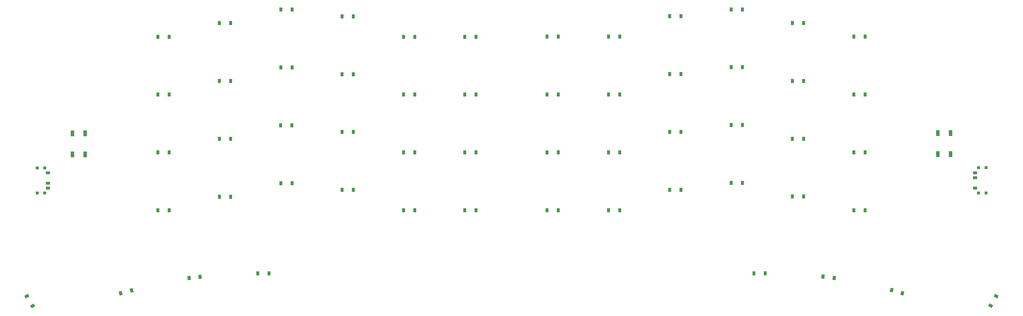
<source format=gbr>
%TF.GenerationSoftware,KiCad,Pcbnew,7.0.10*%
%TF.CreationDate,2024-02-10T22:50:59-05:00*%
%TF.ProjectId,blahajergo,626c6168-616a-4657-9267-6f2e6b696361,rev?*%
%TF.SameCoordinates,Original*%
%TF.FileFunction,Paste,Top*%
%TF.FilePolarity,Positive*%
%FSLAX46Y46*%
G04 Gerber Fmt 4.6, Leading zero omitted, Abs format (unit mm)*
G04 Created by KiCad (PCBNEW 7.0.10) date 2024-02-10 22:50:59*
%MOMM*%
%LPD*%
G01*
G04 APERTURE LIST*
G04 Aperture macros list*
%AMRotRect*
0 Rectangle, with rotation*
0 The origin of the aperture is its center*
0 $1 length*
0 $2 width*
0 $3 Rotation angle, in degrees counterclockwise*
0 Add horizontal line*
21,1,$1,$2,0,0,$3*%
G04 Aperture macros list end*
%ADD10R,0.900000X1.200000*%
%ADD11R,0.900000X0.900000*%
%ADD12R,1.250000X0.900000*%
%ADD13R,1.100000X1.800000*%
%ADD14RotRect,0.900000X1.200000X7.000000*%
%ADD15RotRect,0.900000X1.200000X15.000000*%
%ADD16RotRect,0.900000X1.200000X353.000000*%
%ADD17RotRect,0.900000X1.200000X60.000000*%
%ADD18RotRect,0.900000X1.200000X345.000000*%
%ADD19RotRect,0.900000X1.200000X300.000000*%
G04 APERTURE END LIST*
D10*
%TO.C,D29*%
X201003105Y-113686896D03*
X204303105Y-113686896D03*
%TD*%
%TO.C,D8*%
X243106647Y-164643310D03*
X246406647Y-164643310D03*
%TD*%
%TO.C,D37*%
X165003105Y-107686896D03*
X168303105Y-107686896D03*
%TD*%
%TO.C,D45*%
X147003105Y-156686896D03*
X150303105Y-156686896D03*
%TD*%
%TO.C,D1*%
X225106647Y-113643310D03*
X228406647Y-113643310D03*
%TD*%
%TO.C,D30*%
X201003105Y-130686896D03*
X204303105Y-130686896D03*
%TD*%
%TO.C,D41*%
X140307760Y-183250322D03*
X143607760Y-183250322D03*
%TD*%
%TO.C,D31*%
X201003105Y-147686896D03*
X204303105Y-147686896D03*
%TD*%
%TO.C,D54*%
X111003105Y-147686896D03*
X114303105Y-147686896D03*
%TD*%
%TO.C,D17*%
X279106647Y-156643310D03*
X282406647Y-156643310D03*
%TD*%
%TO.C,D4*%
X225106647Y-164643310D03*
X228406647Y-164643310D03*
%TD*%
%TO.C,D25*%
X315106647Y-130643310D03*
X318406647Y-130643310D03*
%TD*%
D11*
%TO.C,SW4*%
X75553105Y-159636896D03*
X77753105Y-159636896D03*
X75553105Y-152236896D03*
X77753105Y-152236896D03*
D12*
X78728105Y-153686896D03*
X78728105Y-156686896D03*
X78728105Y-158186896D03*
%TD*%
D10*
%TO.C,D19*%
X297106647Y-109643310D03*
X300406647Y-109643310D03*
%TD*%
D13*
%TO.C,SW3*%
X85933282Y-148244930D03*
X85933282Y-142044930D03*
X89633282Y-148244930D03*
X89633282Y-142044930D03*
%TD*%
D14*
%TO.C,D46*%
X120083433Y-184616384D03*
X123358835Y-184214216D03*
%TD*%
D15*
%TO.C,D51*%
X100052499Y-189072594D03*
X103240055Y-188218492D03*
%TD*%
D10*
%TO.C,D9*%
X261106647Y-107643310D03*
X264406647Y-107643310D03*
%TD*%
D16*
%TO.C,D18*%
X306050917Y-184170630D03*
X309326319Y-184572798D03*
%TD*%
D10*
%TO.C,D36*%
X183003105Y-164686896D03*
X186303105Y-164686896D03*
%TD*%
%TO.C,D50*%
X129003105Y-160686896D03*
X132303105Y-160686896D03*
%TD*%
%TO.C,D52*%
X111003105Y-113686896D03*
X114303105Y-113686896D03*
%TD*%
%TO.C,D39*%
X165003105Y-141686896D03*
X168303105Y-141686896D03*
%TD*%
%TO.C,D33*%
X183003105Y-113686896D03*
X186303105Y-113686896D03*
%TD*%
%TO.C,D53*%
X111003105Y-130686896D03*
X114303105Y-130686896D03*
%TD*%
%TO.C,D24*%
X315106647Y-113643310D03*
X318406647Y-113643310D03*
%TD*%
%TO.C,D48*%
X129003105Y-126686896D03*
X132303105Y-126686896D03*
%TD*%
%TO.C,D34*%
X183003105Y-130686896D03*
X186303105Y-130686896D03*
%TD*%
%TO.C,D43*%
X147003105Y-122686896D03*
X150303105Y-122686896D03*
%TD*%
%TO.C,D47*%
X129003105Y-109686896D03*
X132303105Y-109686896D03*
%TD*%
%TO.C,D44*%
X146997050Y-139673862D03*
X150297050Y-139673862D03*
%TD*%
%TO.C,D27*%
X315106647Y-164643310D03*
X318406647Y-164643310D03*
%TD*%
%TO.C,D42*%
X147003105Y-105686896D03*
X150303105Y-105686896D03*
%TD*%
%TO.C,D7*%
X243106647Y-147643310D03*
X246406647Y-147643310D03*
%TD*%
%TO.C,D2*%
X225106647Y-130643310D03*
X228406647Y-130643310D03*
%TD*%
%TO.C,D16*%
X279106647Y-139643310D03*
X282406647Y-139643310D03*
%TD*%
%TO.C,D14*%
X279106647Y-105643310D03*
X282406647Y-105643310D03*
%TD*%
D11*
%TO.C,SW2*%
X353856647Y-152193310D03*
X351656647Y-152193310D03*
X353856647Y-159593310D03*
X351656647Y-159593310D03*
D12*
X350681647Y-158143310D03*
X350681647Y-155143310D03*
X350681647Y-153643310D03*
%TD*%
D10*
%TO.C,D15*%
X279106647Y-122643310D03*
X282406647Y-122643310D03*
%TD*%
%TO.C,D38*%
X165003105Y-124686896D03*
X168303105Y-124686896D03*
%TD*%
D17*
%TO.C,D28*%
X355201688Y-192748655D03*
X356851688Y-189890771D03*
%TD*%
D10*
%TO.C,D32*%
X201003105Y-164686896D03*
X204303105Y-164686896D03*
%TD*%
%TO.C,D10*%
X261106647Y-124643310D03*
X264406647Y-124643310D03*
%TD*%
%TO.C,D11*%
X261106647Y-141643310D03*
X264406647Y-141643310D03*
%TD*%
%TO.C,D13*%
X285801992Y-183206736D03*
X289101992Y-183206736D03*
%TD*%
%TO.C,D21*%
X297106647Y-143643310D03*
X300406647Y-143643310D03*
%TD*%
%TO.C,D20*%
X297106647Y-126643310D03*
X300406647Y-126643310D03*
%TD*%
%TO.C,D22*%
X297106647Y-160643310D03*
X300406647Y-160643310D03*
%TD*%
%TO.C,D6*%
X243106647Y-130643310D03*
X246406647Y-130643310D03*
%TD*%
%TO.C,D26*%
X315106647Y-147643310D03*
X318406647Y-147643310D03*
%TD*%
D13*
%TO.C,SW1*%
X339776470Y-148201344D03*
X339776470Y-142001344D03*
X343476470Y-148201344D03*
X343476470Y-142001344D03*
%TD*%
D10*
%TO.C,D35*%
X183003105Y-147686896D03*
X186303105Y-147686896D03*
%TD*%
%TO.C,D3*%
X225106647Y-147643310D03*
X228406647Y-147643310D03*
%TD*%
%TO.C,D40*%
X165003105Y-158686896D03*
X168303105Y-158686896D03*
%TD*%
%TO.C,D12*%
X261106647Y-158643310D03*
X264406647Y-158643310D03*
%TD*%
D18*
%TO.C,D23*%
X326169697Y-188174906D03*
X329357253Y-189029008D03*
%TD*%
D10*
%TO.C,D5*%
X243106647Y-113643310D03*
X246406647Y-113643310D03*
%TD*%
%TO.C,D49*%
X129003105Y-143686896D03*
X132303105Y-143686896D03*
%TD*%
D19*
%TO.C,D56*%
X72558064Y-189934357D03*
X74208064Y-192792241D03*
%TD*%
D10*
%TO.C,D55*%
X111003105Y-164686896D03*
X114303105Y-164686896D03*
%TD*%
M02*

</source>
